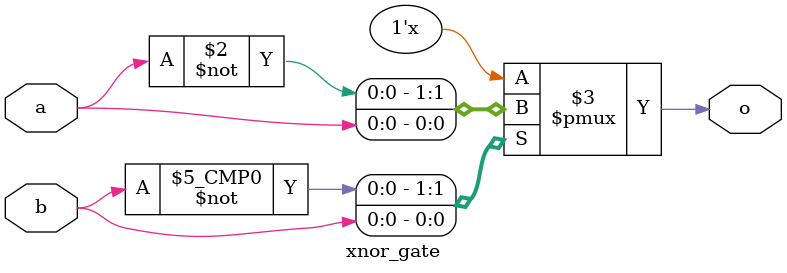
<source format=v>
module xnor_gate(
  input a,b,
  output reg o
);
    always @(*) begin
        case (b)
           1'b0 : o = ~a;
           1'b1 : o = a;
           endcase
        
    end
endmodule
</source>
